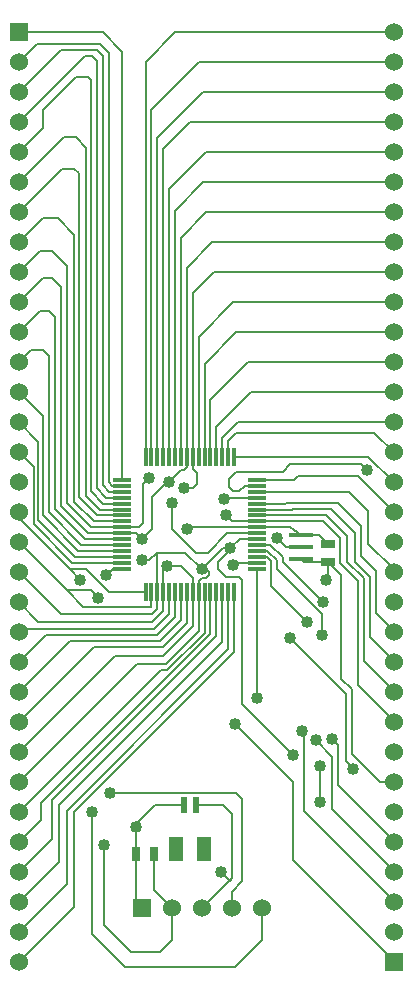
<source format=gtl>
G04 (created by PCBNEW (2013-05-31 BZR 4019)-stable) date 7/10/2013 3:54:15 PM*
%MOIN*%
G04 Gerber Fmt 3.4, Leading zero omitted, Abs format*
%FSLAX34Y34*%
G01*
G70*
G90*
G04 APERTURE LIST*
%ADD10C,0.00590551*%
%ADD11R,0.0590551X0.011811*%
%ADD12R,0.011811X0.0590551*%
%ADD13R,0.025X0.045*%
%ADD14R,0.045X0.025*%
%ADD15R,0.06X0.06*%
%ADD16C,0.06*%
%ADD17R,0.023622X0.0531496*%
%ADD18R,0.0472441X0.0787402*%
%ADD19R,0.0787X0.0157*%
%ADD20C,0.04*%
%ADD21C,0.007*%
G04 APERTURE END LIST*
G54D10*
G54D11*
X24055Y-20973D03*
X24055Y-21170D03*
X24055Y-21367D03*
X24055Y-21564D03*
X24055Y-21761D03*
X24055Y-21957D03*
X24055Y-22154D03*
X24055Y-22351D03*
X24055Y-22548D03*
X24055Y-22745D03*
X24055Y-22942D03*
X24055Y-23138D03*
X24055Y-23335D03*
X24055Y-23532D03*
X24055Y-23729D03*
X24055Y-23926D03*
G54D12*
X24823Y-24694D03*
X25020Y-24694D03*
X25217Y-24694D03*
X25414Y-24694D03*
X25611Y-24694D03*
X25807Y-24694D03*
X26004Y-24694D03*
X26201Y-24694D03*
X26398Y-24694D03*
X26595Y-24694D03*
X26792Y-24694D03*
X26988Y-24694D03*
X27185Y-24694D03*
X27382Y-24694D03*
X27579Y-24694D03*
X27776Y-24694D03*
G54D11*
X28544Y-23926D03*
X28544Y-23729D03*
X28544Y-23532D03*
X28544Y-23335D03*
X28544Y-23138D03*
X28544Y-22942D03*
X28544Y-22745D03*
X28544Y-22548D03*
X28544Y-22351D03*
X28544Y-22154D03*
X28544Y-21957D03*
X28544Y-21761D03*
X28544Y-21564D03*
X28544Y-21367D03*
X28544Y-21170D03*
X28544Y-20973D03*
G54D12*
X27776Y-20205D03*
X27579Y-20205D03*
X27382Y-20205D03*
X27185Y-20205D03*
X26988Y-20205D03*
X26792Y-20205D03*
X26595Y-20205D03*
X26398Y-20205D03*
X26201Y-20205D03*
X26004Y-20205D03*
X25807Y-20205D03*
X25611Y-20205D03*
X25414Y-20205D03*
X25217Y-20205D03*
X25020Y-20205D03*
X24823Y-20205D03*
G54D13*
X25100Y-33450D03*
X24500Y-33450D03*
G54D14*
X30900Y-23700D03*
X30900Y-23100D03*
G54D15*
X24700Y-35250D03*
G54D16*
X25700Y-35250D03*
X26700Y-35250D03*
X27700Y-35250D03*
X28700Y-35250D03*
G54D17*
X26103Y-31801D03*
X26496Y-31801D03*
G54D18*
X26772Y-33258D03*
X25827Y-33258D03*
G54D19*
X30000Y-23594D03*
X30000Y-23200D03*
X30000Y-22806D03*
G54D16*
X20600Y-22050D03*
X20600Y-30050D03*
X20600Y-28050D03*
X20600Y-26050D03*
X20600Y-24050D03*
X20600Y-37050D03*
X20600Y-35050D03*
X20600Y-33050D03*
X20600Y-31050D03*
X20600Y-29050D03*
X20600Y-36050D03*
X20600Y-27050D03*
X20600Y-34050D03*
X20600Y-25050D03*
X20600Y-32050D03*
X20600Y-23050D03*
G54D15*
X20600Y-6050D03*
G54D16*
X20600Y-7050D03*
X20600Y-16050D03*
X20600Y-9050D03*
X20600Y-18050D03*
X20600Y-11050D03*
X20600Y-20050D03*
X20600Y-13050D03*
X20600Y-15050D03*
X20600Y-17050D03*
X20600Y-19050D03*
X20600Y-21050D03*
X20600Y-8050D03*
X20600Y-10050D03*
X20600Y-12050D03*
X20600Y-14050D03*
G54D15*
X33100Y-37050D03*
G54D16*
X33100Y-36050D03*
X33100Y-27050D03*
X33100Y-34050D03*
X33100Y-25050D03*
X33100Y-32050D03*
X33100Y-23050D03*
X33100Y-30050D03*
X33100Y-21050D03*
X33100Y-28050D03*
X33100Y-19050D03*
X33100Y-26050D03*
X33100Y-17050D03*
X33100Y-24050D03*
X33100Y-15050D03*
X33100Y-22050D03*
X33100Y-13050D03*
X33100Y-20050D03*
X33100Y-11050D03*
X33100Y-18050D03*
X33100Y-9050D03*
X33100Y-16050D03*
X33100Y-7050D03*
X33100Y-14050D03*
X33100Y-12050D03*
X33100Y-10050D03*
X33100Y-6050D03*
X33100Y-35050D03*
X33100Y-33050D03*
X33100Y-31050D03*
X33100Y-29050D03*
X33100Y-8050D03*
G54D20*
X24950Y-20900D03*
X27350Y-34050D03*
X25550Y-23850D03*
X29200Y-22900D03*
X27500Y-22150D03*
X30750Y-25050D03*
X31050Y-29600D03*
X30500Y-29650D03*
X30700Y-26150D03*
X30050Y-29350D03*
X30200Y-25700D03*
X27750Y-23800D03*
X29650Y-26250D03*
X31750Y-30600D03*
X30650Y-30500D03*
X30650Y-31700D03*
X27800Y-29100D03*
X28550Y-28250D03*
X27450Y-21600D03*
X32200Y-20650D03*
X26200Y-22600D03*
X30850Y-24300D03*
X25700Y-21750D03*
X26100Y-21250D03*
X23500Y-24150D03*
X23250Y-24900D03*
X23650Y-31400D03*
X23050Y-32050D03*
X22650Y-24300D03*
X24500Y-32550D03*
X29750Y-30150D03*
X24700Y-23650D03*
X27650Y-23250D03*
X23450Y-33150D03*
X26700Y-23950D03*
X24700Y-22950D03*
X25600Y-21050D03*
G54D21*
X24601Y-22548D02*
X24055Y-22548D01*
X24750Y-22400D02*
X24601Y-22548D01*
X24750Y-21100D02*
X24750Y-22400D01*
X24950Y-20900D02*
X24750Y-21100D01*
X27625Y-34325D02*
X27700Y-34250D01*
X27350Y-34050D02*
X27625Y-34325D01*
X26398Y-24694D02*
X26398Y-24248D01*
X26000Y-23850D02*
X25550Y-23850D01*
X26398Y-24248D02*
X26000Y-23850D01*
X25414Y-24694D02*
X25414Y-23985D01*
X25414Y-23985D02*
X25550Y-23850D01*
X30000Y-23200D02*
X29500Y-23200D01*
X29500Y-23200D02*
X29200Y-22900D01*
X28544Y-22351D02*
X27701Y-22351D01*
X27701Y-22351D02*
X27500Y-22150D01*
X28544Y-22351D02*
X30751Y-22351D01*
X31900Y-27800D02*
X33100Y-29000D01*
X31900Y-24350D02*
X31900Y-27800D01*
X31300Y-23750D02*
X31900Y-24350D01*
X31300Y-22900D02*
X31300Y-23750D01*
X30751Y-22351D02*
X31300Y-22900D01*
X25414Y-24694D02*
X25414Y-25335D01*
X21250Y-25700D02*
X20600Y-25050D01*
X25050Y-25700D02*
X21250Y-25700D01*
X25414Y-25335D02*
X25050Y-25700D01*
X26496Y-31801D02*
X27398Y-31801D01*
X27700Y-34250D02*
X26700Y-35250D01*
X27700Y-32103D02*
X27700Y-34250D01*
X27398Y-31801D02*
X27700Y-32103D01*
X26398Y-24694D02*
X26398Y-25851D01*
X23800Y-26850D02*
X20600Y-30050D01*
X25400Y-26850D02*
X23800Y-26850D01*
X26398Y-25851D02*
X25400Y-26850D01*
X24055Y-22548D02*
X22998Y-22548D01*
X22998Y-22548D02*
X22200Y-21750D01*
X22200Y-21750D02*
X22200Y-13850D01*
X22200Y-13850D02*
X21700Y-13350D01*
X21700Y-13350D02*
X21300Y-13350D01*
X21300Y-13350D02*
X20600Y-14050D01*
X24055Y-23335D02*
X22585Y-23335D01*
X21400Y-18850D02*
X20600Y-18050D01*
X21400Y-22150D02*
X21400Y-18850D01*
X22585Y-23335D02*
X21400Y-22150D01*
X27382Y-24694D02*
X27382Y-26367D01*
X21950Y-33700D02*
X20600Y-35050D01*
X21950Y-31800D02*
X21950Y-33700D01*
X27382Y-26367D02*
X21950Y-31800D01*
X28544Y-23138D02*
X28988Y-23138D01*
X28988Y-23138D02*
X29400Y-23550D01*
X29400Y-23550D02*
X29400Y-23700D01*
X29400Y-23700D02*
X30450Y-24750D01*
X30450Y-24750D02*
X30750Y-25050D01*
X31050Y-29600D02*
X31250Y-29800D01*
X31250Y-29800D02*
X31250Y-31150D01*
X31250Y-31150D02*
X33100Y-33000D01*
X28544Y-23335D02*
X28885Y-23335D01*
X31050Y-31950D02*
X33100Y-34000D01*
X31050Y-30200D02*
X31050Y-31950D01*
X30500Y-29650D02*
X31050Y-30200D01*
X30700Y-25450D02*
X30700Y-26150D01*
X29200Y-23950D02*
X30700Y-25450D01*
X29200Y-23650D02*
X29200Y-23950D01*
X28885Y-23335D02*
X29200Y-23650D01*
X28544Y-23532D02*
X28870Y-23532D01*
X30100Y-32000D02*
X33100Y-35000D01*
X30100Y-29400D02*
X30100Y-32000D01*
X30050Y-29350D02*
X30100Y-29400D01*
X29000Y-24500D02*
X30200Y-25700D01*
X29000Y-23662D02*
X29000Y-24500D01*
X28870Y-23532D02*
X29000Y-23662D01*
X28544Y-23729D02*
X27820Y-23729D01*
X27820Y-23729D02*
X27750Y-23800D01*
X29650Y-26250D02*
X31500Y-28100D01*
X31500Y-28100D02*
X31500Y-30350D01*
X31500Y-30350D02*
X31750Y-30600D01*
X30650Y-30500D02*
X30650Y-31700D01*
X28544Y-23926D02*
X28544Y-28244D01*
X29750Y-33650D02*
X33100Y-37000D01*
X29750Y-31050D02*
X29750Y-33650D01*
X27800Y-29100D02*
X29750Y-31050D01*
X28544Y-28244D02*
X28550Y-28250D01*
X26201Y-24694D02*
X26201Y-25748D01*
X23100Y-26550D02*
X20600Y-29050D01*
X25400Y-26550D02*
X23100Y-26550D01*
X26201Y-25748D02*
X25400Y-26550D01*
X28544Y-22154D02*
X29845Y-22154D01*
X32100Y-27000D02*
X33100Y-28000D01*
X32100Y-24250D02*
X32100Y-27000D01*
X31550Y-23700D02*
X32100Y-24250D01*
X31550Y-22850D02*
X31550Y-23700D01*
X30850Y-22150D02*
X31550Y-22850D01*
X29850Y-22150D02*
X30850Y-22150D01*
X29845Y-22154D02*
X29850Y-22150D01*
X28544Y-21957D02*
X29692Y-21957D01*
X32300Y-26200D02*
X33100Y-27000D01*
X32300Y-24200D02*
X32300Y-26200D01*
X31800Y-23700D02*
X32300Y-24200D01*
X31800Y-22750D02*
X31800Y-23700D01*
X31000Y-21950D02*
X31800Y-22750D01*
X29700Y-21950D02*
X31000Y-21950D01*
X29692Y-21957D02*
X29700Y-21950D01*
X24055Y-23532D02*
X22482Y-23532D01*
X21249Y-19699D02*
X20600Y-19050D01*
X21249Y-22299D02*
X21249Y-19699D01*
X22482Y-23532D02*
X21249Y-22299D01*
X28544Y-21761D02*
X29488Y-21761D01*
X32500Y-25400D02*
X33100Y-26000D01*
X32500Y-24000D02*
X32500Y-25400D01*
X32000Y-23500D02*
X32500Y-24000D01*
X32000Y-22500D02*
X32000Y-23500D01*
X31250Y-21750D02*
X32000Y-22500D01*
X29500Y-21750D02*
X31250Y-21750D01*
X29488Y-21761D02*
X29500Y-21750D01*
X27485Y-21564D02*
X28544Y-21564D01*
X27450Y-21600D02*
X27485Y-21564D01*
X33100Y-24050D02*
X33100Y-23950D01*
X31617Y-21367D02*
X28544Y-21367D01*
X32250Y-22000D02*
X31617Y-21367D01*
X32250Y-23100D02*
X32250Y-22000D01*
X33100Y-23950D02*
X32250Y-23100D01*
X28544Y-21170D02*
X28129Y-21170D01*
X32000Y-20450D02*
X32200Y-20650D01*
X29650Y-20450D02*
X32000Y-20450D01*
X29400Y-20700D02*
X29650Y-20450D01*
X27850Y-20700D02*
X29400Y-20700D01*
X27600Y-20950D02*
X27850Y-20700D01*
X27600Y-21200D02*
X27600Y-20950D01*
X27750Y-21350D02*
X27600Y-21200D01*
X27950Y-21350D02*
X27750Y-21350D01*
X28129Y-21170D02*
X27950Y-21350D01*
X28544Y-20973D02*
X29776Y-20973D01*
X31900Y-20850D02*
X33100Y-22050D01*
X29900Y-20850D02*
X31900Y-20850D01*
X29776Y-20973D02*
X29900Y-20850D01*
X28544Y-22548D02*
X26251Y-22548D01*
X26251Y-22548D02*
X26200Y-22600D01*
X30000Y-22806D02*
X30606Y-22806D01*
X30606Y-22806D02*
X30900Y-23100D01*
X28544Y-22548D02*
X29642Y-22548D01*
X29642Y-22548D02*
X30000Y-22806D01*
X30900Y-23700D02*
X31350Y-24150D01*
X32650Y-31050D02*
X33100Y-31050D01*
X31700Y-30100D02*
X32650Y-31050D01*
X31700Y-27950D02*
X31700Y-30100D01*
X31350Y-27600D02*
X31700Y-27950D01*
X31350Y-24150D02*
X31350Y-27600D01*
X28544Y-22745D02*
X27554Y-22745D01*
X30900Y-24250D02*
X30900Y-23700D01*
X30850Y-24300D02*
X30900Y-24250D01*
X25700Y-22600D02*
X25700Y-21750D01*
X26500Y-23400D02*
X25700Y-22600D01*
X26900Y-23400D02*
X26500Y-23400D01*
X27554Y-22745D02*
X26900Y-23400D01*
X30900Y-23700D02*
X30106Y-23700D01*
X30106Y-23700D02*
X30000Y-23594D01*
X25414Y-20205D02*
X25414Y-9935D01*
X26300Y-9050D02*
X33100Y-9050D01*
X25414Y-9935D02*
X26300Y-9050D01*
X25807Y-20205D02*
X25807Y-11992D01*
X26750Y-11050D02*
X33100Y-11050D01*
X25807Y-11992D02*
X26750Y-11050D01*
X25020Y-20205D02*
X25020Y-8629D01*
X26600Y-7050D02*
X33100Y-7050D01*
X25020Y-8629D02*
X26600Y-7050D01*
X24055Y-23729D02*
X22379Y-23729D01*
X21099Y-20549D02*
X20600Y-20050D01*
X21099Y-22449D02*
X21099Y-20549D01*
X22379Y-23729D02*
X21099Y-22449D01*
X26004Y-20205D02*
X26004Y-12895D01*
X26850Y-12050D02*
X33100Y-12050D01*
X26004Y-12895D02*
X26850Y-12050D01*
X24055Y-21761D02*
X23411Y-21761D01*
X21400Y-9250D02*
X20600Y-10050D01*
X21400Y-8650D02*
X21400Y-9250D01*
X22500Y-7550D02*
X21400Y-8650D01*
X22900Y-7550D02*
X22500Y-7550D01*
X23000Y-7650D02*
X22900Y-7550D01*
X23000Y-21350D02*
X23000Y-7650D01*
X23411Y-21761D02*
X23000Y-21350D01*
X33100Y-14050D02*
X27100Y-14050D01*
X26398Y-14751D02*
X26398Y-20205D01*
X27100Y-14050D02*
X26398Y-14751D01*
X26398Y-20205D02*
X26398Y-20598D01*
X26400Y-21250D02*
X26100Y-21250D01*
X26550Y-21100D02*
X26400Y-21250D01*
X26550Y-20750D02*
X26550Y-21100D01*
X26398Y-20598D02*
X26550Y-20750D01*
X24055Y-20973D02*
X24055Y-6705D01*
X23400Y-6050D02*
X20600Y-6050D01*
X24055Y-6705D02*
X23400Y-6050D01*
X24055Y-21170D02*
X23720Y-21170D01*
X21200Y-6450D02*
X20600Y-7050D01*
X23300Y-6450D02*
X21200Y-6450D01*
X23600Y-6750D02*
X23300Y-6450D01*
X23600Y-21050D02*
X23600Y-6750D01*
X23720Y-21170D02*
X23600Y-21050D01*
X24055Y-21367D02*
X23617Y-21367D01*
X22000Y-6650D02*
X20600Y-8050D01*
X23200Y-6650D02*
X22000Y-6650D01*
X23400Y-6850D02*
X23200Y-6650D01*
X23400Y-21150D02*
X23400Y-6850D01*
X23617Y-21367D02*
X23400Y-21150D01*
X22800Y-6850D02*
X20600Y-9050D01*
X23049Y-6850D02*
X22800Y-6850D01*
X23200Y-7000D02*
X23049Y-6850D01*
X23200Y-21250D02*
X23200Y-7000D01*
X23514Y-21564D02*
X23200Y-21250D01*
X24055Y-21564D02*
X23514Y-21564D01*
X24055Y-21957D02*
X23307Y-21957D01*
X22100Y-9550D02*
X20600Y-11050D01*
X22500Y-9550D02*
X22100Y-9550D01*
X22849Y-9899D02*
X22500Y-9550D01*
X22849Y-21499D02*
X22849Y-9899D01*
X23307Y-21957D02*
X22849Y-21499D01*
X24055Y-22942D02*
X22792Y-22942D01*
X21300Y-15350D02*
X20600Y-16050D01*
X21600Y-15350D02*
X21300Y-15350D01*
X21800Y-15550D02*
X21600Y-15350D01*
X21800Y-21950D02*
X21800Y-15550D01*
X22792Y-22942D02*
X21800Y-21950D01*
X24055Y-23138D02*
X22688Y-23138D01*
X21000Y-16650D02*
X20600Y-17050D01*
X21400Y-16650D02*
X21000Y-16650D01*
X21600Y-16850D02*
X21400Y-16650D01*
X21600Y-22050D02*
X21600Y-16850D01*
X22688Y-23138D02*
X21600Y-22050D01*
X24055Y-23926D02*
X23723Y-23926D01*
X23723Y-23926D02*
X23500Y-24150D01*
X27776Y-24694D02*
X27776Y-26723D01*
X22450Y-35200D02*
X20600Y-37050D01*
X22450Y-32050D02*
X22450Y-35200D01*
X27776Y-26723D02*
X22450Y-32050D01*
X27776Y-20205D02*
X32255Y-20205D01*
X32255Y-20205D02*
X33100Y-21050D01*
X27579Y-20205D02*
X27579Y-19670D01*
X32450Y-19400D02*
X33100Y-20050D01*
X27850Y-19400D02*
X32450Y-19400D01*
X27579Y-19670D02*
X27850Y-19400D01*
X27382Y-20205D02*
X27382Y-19567D01*
X27900Y-19050D02*
X33100Y-19050D01*
X27382Y-19567D02*
X27900Y-19050D01*
X27185Y-20205D02*
X27185Y-19214D01*
X28350Y-18050D02*
X33100Y-18050D01*
X27185Y-19214D02*
X28350Y-18050D01*
X26988Y-20205D02*
X26988Y-18311D01*
X28250Y-17050D02*
X33100Y-17050D01*
X26988Y-18311D02*
X28250Y-17050D01*
X27185Y-24694D02*
X27185Y-26164D01*
X21700Y-32950D02*
X20600Y-34050D01*
X21700Y-31650D02*
X21700Y-32950D01*
X27185Y-26164D02*
X21700Y-31650D01*
X26792Y-20205D02*
X26792Y-17107D01*
X27850Y-16050D02*
X33100Y-16050D01*
X26792Y-17107D02*
X27850Y-16050D01*
X25611Y-20205D02*
X25611Y-11288D01*
X26850Y-10050D02*
X33100Y-10050D01*
X25611Y-11288D02*
X26850Y-10050D01*
X25217Y-20205D02*
X25217Y-9582D01*
X26750Y-8050D02*
X33100Y-8050D01*
X25217Y-9582D02*
X26750Y-8050D01*
X26792Y-24694D02*
X26792Y-26057D01*
X25350Y-27300D02*
X20600Y-32050D01*
X25550Y-27300D02*
X25350Y-27300D01*
X26792Y-26057D02*
X25550Y-27300D01*
X24823Y-20205D02*
X24823Y-7026D01*
X25800Y-6050D02*
X33100Y-6050D01*
X24823Y-7026D02*
X25800Y-6050D01*
X26595Y-20205D02*
X26595Y-16204D01*
X27750Y-15050D02*
X33100Y-15050D01*
X26595Y-16204D02*
X27750Y-15050D01*
X27700Y-35250D02*
X27700Y-34700D01*
X23000Y-24650D02*
X22200Y-24650D01*
X23250Y-24900D02*
X23000Y-24650D01*
X27850Y-31400D02*
X23650Y-31400D01*
X28050Y-31600D02*
X27850Y-31400D01*
X28050Y-34350D02*
X28050Y-31600D01*
X27700Y-34700D02*
X28050Y-34350D01*
X25020Y-24694D02*
X25020Y-25179D01*
X22750Y-25200D02*
X22200Y-24650D01*
X22200Y-24650D02*
X20600Y-23050D01*
X25000Y-25200D02*
X22750Y-25200D01*
X25020Y-25179D02*
X25000Y-25200D01*
X28700Y-35250D02*
X28700Y-36300D01*
X28700Y-36300D02*
X27800Y-37200D01*
X27800Y-37200D02*
X24150Y-37200D01*
X24150Y-37200D02*
X23050Y-36100D01*
X23050Y-36100D02*
X23050Y-32050D01*
X22650Y-24300D02*
X22300Y-23950D01*
X24823Y-24694D02*
X23594Y-24694D01*
X20600Y-22250D02*
X20600Y-22050D01*
X22300Y-23950D02*
X20600Y-22250D01*
X22850Y-23950D02*
X22300Y-23950D01*
X23594Y-24694D02*
X22850Y-23950D01*
X26004Y-24694D02*
X26004Y-25645D01*
X22300Y-26350D02*
X20600Y-28050D01*
X25300Y-26350D02*
X22300Y-26350D01*
X26004Y-25645D02*
X25300Y-26350D01*
X25611Y-24694D02*
X25611Y-25438D01*
X20700Y-25950D02*
X20600Y-26050D01*
X25100Y-25950D02*
X20700Y-25950D01*
X25611Y-25438D02*
X25100Y-25950D01*
X25807Y-24694D02*
X25807Y-25542D01*
X21500Y-26150D02*
X20600Y-27050D01*
X25200Y-26150D02*
X21500Y-26150D01*
X25807Y-25542D02*
X25200Y-26150D01*
X26988Y-24694D02*
X26988Y-26111D01*
X21350Y-32300D02*
X20600Y-33050D01*
X21350Y-31750D02*
X21350Y-32300D01*
X26988Y-26111D02*
X21350Y-31750D01*
X27579Y-24694D02*
X27579Y-26620D01*
X22200Y-34450D02*
X20600Y-36050D01*
X22200Y-32000D02*
X22200Y-34450D01*
X27579Y-26620D02*
X22200Y-32000D01*
X26103Y-31801D02*
X25148Y-31801D01*
X24500Y-32450D02*
X24500Y-32550D01*
X25148Y-31801D02*
X24500Y-32450D01*
X24500Y-33450D02*
X24500Y-35050D01*
X24500Y-35050D02*
X24700Y-35250D01*
X24500Y-33450D02*
X24500Y-32550D01*
X24055Y-22154D02*
X23204Y-22154D01*
X22050Y-10600D02*
X20600Y-12050D01*
X22450Y-10600D02*
X22050Y-10600D01*
X22600Y-10750D02*
X22450Y-10600D01*
X22600Y-21550D02*
X22600Y-10750D01*
X23204Y-22154D02*
X22600Y-21550D01*
X24055Y-22351D02*
X23101Y-22351D01*
X21400Y-12250D02*
X20600Y-13050D01*
X21900Y-12250D02*
X21400Y-12250D01*
X22449Y-12799D02*
X21900Y-12250D01*
X22449Y-21699D02*
X22449Y-12799D01*
X23101Y-22351D02*
X22449Y-21699D01*
X26201Y-20205D02*
X26201Y-13898D01*
X27050Y-13050D02*
X33100Y-13050D01*
X26201Y-13898D02*
X27050Y-13050D01*
X25217Y-23400D02*
X25200Y-23400D01*
X25217Y-24694D02*
X25217Y-23400D01*
X26201Y-20205D02*
X26201Y-20548D01*
X26000Y-20650D02*
X25600Y-21050D01*
X26100Y-20650D02*
X26000Y-20650D01*
X26201Y-20548D02*
X26100Y-20650D01*
X27650Y-23250D02*
X27650Y-23300D01*
X28050Y-28450D02*
X29750Y-30150D01*
X28050Y-24300D02*
X28050Y-28450D01*
X27950Y-24200D02*
X28050Y-24300D01*
X27500Y-24200D02*
X27950Y-24200D01*
X27250Y-23950D02*
X27500Y-24200D01*
X27250Y-23700D02*
X27250Y-23950D01*
X27650Y-23300D02*
X27250Y-23700D01*
X25600Y-21050D02*
X25550Y-21050D01*
X25050Y-22600D02*
X24700Y-22950D01*
X25050Y-21550D02*
X25050Y-22600D01*
X25550Y-21050D02*
X25050Y-21550D01*
X26595Y-24694D02*
X26595Y-24354D01*
X26750Y-24000D02*
X26700Y-23950D01*
X26900Y-24000D02*
X26750Y-24000D01*
X26950Y-24050D02*
X26900Y-24000D01*
X26950Y-24150D02*
X26950Y-24050D01*
X26850Y-24250D02*
X26950Y-24150D01*
X26700Y-24250D02*
X26850Y-24250D01*
X26595Y-24354D02*
X26700Y-24250D01*
X24700Y-23650D02*
X24950Y-23650D01*
X24950Y-23650D02*
X25200Y-23400D01*
X26150Y-23400D02*
X26700Y-23950D01*
X25200Y-23400D02*
X26150Y-23400D01*
X27650Y-23250D02*
X27400Y-23250D01*
X27400Y-23250D02*
X26700Y-23950D01*
X28544Y-22942D02*
X27957Y-22942D01*
X27957Y-22942D02*
X27650Y-23250D01*
X25217Y-24694D02*
X25217Y-25282D01*
X22000Y-25450D02*
X20600Y-24050D01*
X25050Y-25450D02*
X22000Y-25450D01*
X25217Y-25282D02*
X25050Y-25450D01*
X25700Y-35250D02*
X25700Y-36300D01*
X23450Y-35800D02*
X23450Y-33150D01*
X24350Y-36700D02*
X23450Y-35800D01*
X25300Y-36700D02*
X24350Y-36700D01*
X25700Y-36300D02*
X25300Y-36700D01*
X26595Y-24694D02*
X26595Y-26004D01*
X26595Y-26004D02*
X25500Y-27100D01*
X25500Y-27100D02*
X24550Y-27100D01*
X24550Y-27100D02*
X20600Y-31050D01*
X25100Y-33450D02*
X25100Y-34650D01*
X25100Y-34650D02*
X25700Y-35250D01*
X24055Y-22745D02*
X22895Y-22745D01*
X21400Y-14250D02*
X20600Y-15050D01*
X21700Y-14250D02*
X21400Y-14250D01*
X22000Y-14550D02*
X21700Y-14250D01*
X22000Y-21850D02*
X22000Y-14550D01*
X22895Y-22745D02*
X22000Y-21850D01*
X24700Y-22950D02*
X24495Y-22745D01*
X24495Y-22745D02*
X24055Y-22745D01*
M02*

</source>
